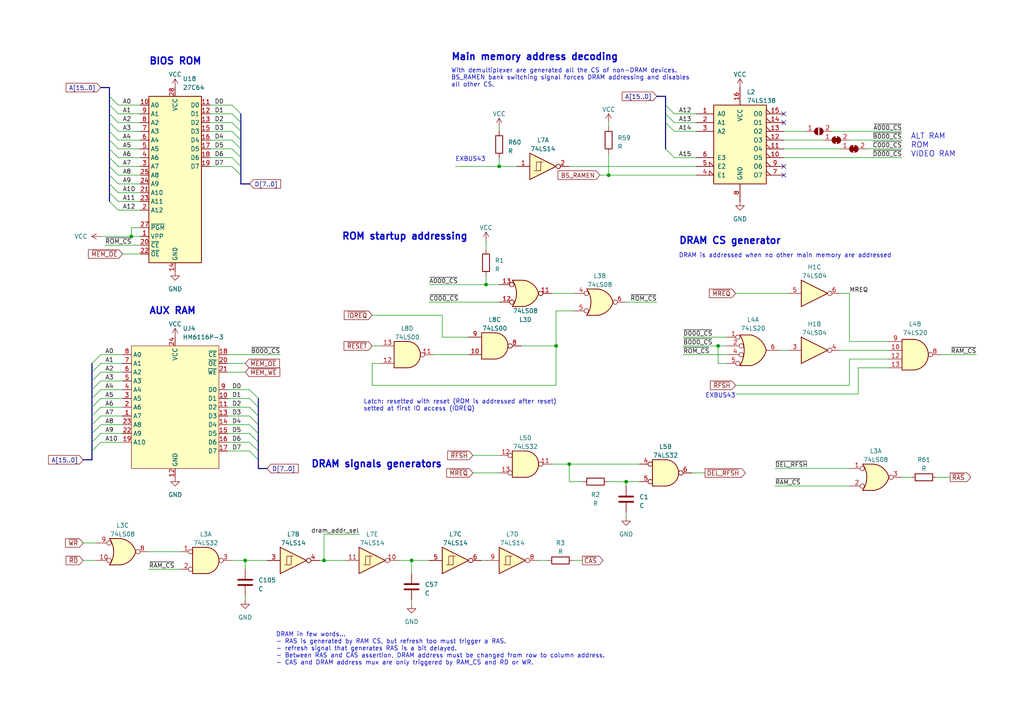
<source format=kicad_sch>
(kicad_sch (version 20230121) (generator eeschema)
  (paper "A4")
  (lib_symbols
    (symbol "74xx:74LS00" (pin_names (offset 1.016))
      (property "Reference" "U" (at 0 1.27 0))
      (property "Value" "74LS00" (at 0 -1.27 0))
      (symbol "74LS00_1_1"
        (pin input line (at -7.62 2.54 0) (length 3.81) (name "~") (number "1"))
        (pin input line (at -7.62 -2.54 0) (length 3.81) (name "~") (number "2"))
        (pin output inverted (at 7.62 0 180) (length 3.81) (name "~") (number "3"))
      )
      (symbol "74LS00_1_2"
        (pin input inverted (at -7.62 2.54 0) (length 4.318) (name "~") (number "1"))
        (pin input inverted (at -7.62 -2.54 0) (length 4.318) (name "~") (number "2"))
        (pin output line (at 7.62 0 180) (length 3.81) (name "~") (number "3"))
      )
      (symbol "74LS00_2_1"
        (pin input line (at -7.62 2.54 0) (length 3.81) (name "~") (number "4"))
        (pin input line (at -7.62 -2.54 0) (length 3.81) (name "~") (number "5"))
        (pin output inverted (at 7.62 0 180) (length 3.81) (name "~") (number "6"))
      )
      (symbol "74LS00_2_2"
        (pin input inverted (at -7.62 2.54 0) (length 4.318) (name "~") (number "4"))
        (pin input inverted (at -7.62 -2.54 0) (length 4.318) (name "~") (number "5"))
        (pin output line (at 7.62 0 180) (length 3.81) (name "~") (number "6"))
      )
      (symbol "74LS00_3_1"
        (pin input line (at -7.62 -2.54 0) (length 3.81) (name "~") (number "10"))
        (pin output inverted (at 7.62 0 180) (length 3.81) (name "~") (number "8"))
        (pin input line (at -7.62 2.54 0) (length 3.81) (name "~") (number "9"))
      )
      (symbol "74LS00_3_2"
        (pin input inverted (at -7.62 -2.54 0) (length 4.318) (name "~") (number "10"))
        (pin output line (at 7.62 0 180) (length 3.81) (name "~") (number "8"))
        (pin input inverted (at -7.62 2.54 0) (length 4.318) (name "~") (number "9"))
      )
      (symbol "74LS00_4_1"
        (pin output inverted (at 7.62 0 180) (length 3.81) (name "~") (number "11"))
        (pin input line (at -7.62 2.54 0) (length 3.81) (name "~") (number "12"))
        (pin input line (at -7.62 -2.54 0) (length 3.81) (name "~") (number "13"))
      )
      (symbol "74LS00_4_2"
        (pin output line (at 7.62 0 180) (length 3.81) (name "~") (number "11"))
        (pin input inverted (at -7.62 2.54 0) (length 4.318) (name "~") (number "12"))
        (pin input inverted (at -7.62 -2.54 0) (length 4.318) (name "~") (number "13"))
      )
      (symbol "74LS00_5_0"
        (pin power_in line (at 0 12.7 270) (length 5.08) (name "VCC") (number "14"))
        (pin power_in line (at 0 -12.7 90) (length 5.08) (name "GND") (number "7"))
      )
    )
    (symbol "74xx:74LS04"
      (property "Reference" "U" (at 0 1.27 0))
      (property "Value" "74LS04" (at 0 -1.27 0))
      (symbol "74LS04_1_0"
        (pin input line (at -7.62 0 0) (length 3.81) (name "~") (number "1"))
        (pin output inverted (at 7.62 0 180) (length 3.81) (name "~") (number "2"))
      )
      (symbol "74LS04_2_0"
        (pin input line (at -7.62 0 0) (length 3.81) (name "~") (number "3"))
        (pin output inverted (at 7.62 0 180) (length 3.81) (name "~") (number "4"))
      )
      (symbol "74LS04_3_0"
        (pin input line (at -7.62 0 0) (length 3.81) (name "~") (number "5"))
        (pin output inverted (at 7.62 0 180) (length 3.81) (name "~") (number "6"))
      )
      (symbol "74LS04_4_0"
        (pin output inverted (at 7.62 0 180) (length 3.81) (name "~") (number "8"))
        (pin input line (at -7.62 0 0) (length 3.81) (name "~") (number "9"))
      )
      (symbol "74LS04_5_0"
        (pin output inverted (at 7.62 0 180) (length 3.81) (name "~") (number "10"))
        (pin input line (at -7.62 0 0) (length 3.81) (name "~") (number "11"))
      )
      (symbol "74LS04_6_0"
        (pin output inverted (at 7.62 0 180) (length 3.81) (name "~") (number "12"))
        (pin input line (at -7.62 0 0) (length 3.81) (name "~") (number "13"))
      )
      (symbol "74LS04_7_0"
        (pin power_in line (at 0 12.7 270) (length 5.08) (name "VCC") (number "14"))
        (pin power_in line (at 0 -12.7 90) (length 5.08) (name "GND") (number "7"))
      )
    )
    (symbol "74xx:74LS08" (pin_names (offset 1.016))
      (property "Reference" "U" (at 0 1.27 0))
      (property "Value" "74LS08" (at 0 -1.27 0))
      (symbol "74LS08_1_1"
        (pin input line (at -7.62 2.54 0) (length 3.81) (name "~") (number "1"))
        (pin input line (at -7.62 -2.54 0) (length 3.81) (name "~") (number "2"))
        (pin output line (at 7.62 0 180) (length 3.81) (name "~") (number "3"))
      )
      (symbol "74LS08_1_2"
        (pin input inverted (at -7.62 2.54 0) (length 4.318) (name "~") (number "1"))
        (pin input inverted (at -7.62 -2.54 0) (length 4.318) (name "~") (number "2"))
        (pin output inverted (at 7.62 0 180) (length 3.81) (name "~") (number "3"))
      )
      (symbol "74LS08_2_1"
        (pin input line (at -7.62 2.54 0) (length 3.81) (name "~") (number "4"))
        (pin input line (at -7.62 -2.54 0) (length 3.81) (name "~") (number "5"))
        (pin output line (at 7.62 0 180) (length 3.81) (name "~") (number "6"))
      )
      (symbol "74LS08_2_2"
        (pin input inverted (at -7.62 2.54 0) (length 4.318) (name "~") (number "4"))
        (pin input inverted (at -7.62 -2.54 0) (length 4.318) (name "~") (number "5"))
        (pin output inverted (at 7.62 0 180) (length 3.81) (name "~") (number "6"))
      )
      (symbol "74LS08_3_1"
        (pin input line (at -7.62 -2.54 0) (length 3.81) (name "~") (number "10"))
        (pin output line (at 7.62 0 180) (length 3.81) (name "~") (number "8"))
        (pin input line (at -7.62 2.54 0) (length 3.81) (name "~") (number "9"))
      )
      (symbol "74LS08_3_2"
        (pin input inverted (at -7.62 -2.54 0) (length 4.318) (name "~") (number "10"))
        (pin output inverted (at 7.62 0 180) (length 3.81) (name "~") (number "8"))
        (pin input inverted (at -7.62 2.54 0) (length 4.318) (name "~") (number "9"))
      )
      (symbol "74LS08_4_1"
        (pin output line (at 7.62 0 180) (length 3.81) (name "~") (number "11"))
        (pin input line (at -7.62 2.54 0) (length 3.81) (name "~") (number "12"))
        (pin input line (at -7.62 -2.54 0) (length 3.81) (name "~") (number "13"))
      )
      (symbol "74LS08_4_2"
        (pin output inverted (at 7.62 0 180) (length 3.81) (name "~") (number "11"))
        (pin input inverted (at -7.62 2.54 0) (length 4.318) (name "~") (number "12"))
        (pin input inverted (at -7.62 -2.54 0) (length 4.318) (name "~") (number "13"))
      )
      (symbol "74LS08_5_0"
        (pin power_in line (at 0 12.7 270) (length 5.08) (name "VCC") (number "14"))
        (pin power_in line (at 0 -12.7 90) (length 5.08) (name "GND") (number "7"))
      )
    )
    (symbol "74xx:74LS138" (pin_names (offset 1.016))
      (property "Reference" "U" (at -7.62 11.43 0))
      (property "Value" "74LS138" (at -7.62 -13.97 0))
      (symbol "74LS138_1_0"
        (pin input line (at -12.7 7.62 0) (length 5.08) (name "A0") (number "1"))
        (pin output output_low (at 12.7 -5.08 180) (length 5.08) (name "O5") (number "10"))
        (pin output output_low (at 12.7 -2.54 180) (length 5.08) (name "O4") (number "11"))
        (pin output output_low (at 12.7 0 180) (length 5.08) (name "O3") (number "12"))
        (pin output output_low (at 12.7 2.54 180) (length 5.08) (name "O2") (number "13"))
        (pin output output_low (at 12.7 5.08 180) (length 5.08) (name "O1") (number "14"))
        (pin output output_low (at 12.7 7.62 180) (length 5.08) (name "O0") (number "15"))
        (pin power_in line (at 0 15.24 270) (length 5.08) (name "VCC") (number "16"))
        (pin input line (at -12.7 5.08 0) (length 5.08) (name "A1") (number "2"))
        (pin input line (at -12.7 2.54 0) (length 5.08) (name "A2") (number "3"))
        (pin input input_low (at -12.7 -10.16 0) (length 5.08) (name "E1") (number "4"))
        (pin input input_low (at -12.7 -7.62 0) (length 5.08) (name "E2") (number "5"))
        (pin input line (at -12.7 -5.08 0) (length 5.08) (name "E3") (number "6"))
        (pin output output_low (at 12.7 -10.16 180) (length 5.08) (name "O7") (number "7"))
        (pin power_in line (at 0 -17.78 90) (length 5.08) (name "GND") (number "8"))
        (pin output output_low (at 12.7 -7.62 180) (length 5.08) (name "O6") (number "9"))
      )
    )
    (symbol "74xx:74LS14" (pin_names (offset 1.016))
      (property "Reference" "U" (at 0 1.27 0))
      (property "Value" "74LS14" (at 0 -1.27 0))
      (symbol "74LS14_1_0"
        (pin input line (at -7.62 0 0) (length 3.81) (name "~") (number "1"))
        (pin output inverted (at 7.62 0 180) (length 3.81) (name "~") (number "2"))
      )
      (symbol "74LS14_2_0"
        (pin input line (at -7.62 0 0) (length 3.81) (name "~") (number "3"))
        (pin output inverted (at 7.62 0 180) (length 3.81) (name "~") (number "4"))
      )
      (symbol "74LS14_3_0"
        (pin input line (at -7.62 0 0) (length 3.81) (name "~") (number "5"))
        (pin output inverted (at 7.62 0 180) (length 3.81) (name "~") (number "6"))
      )
      (symbol "74LS14_4_0"
        (pin output inverted (at 7.62 0 180) (length 3.81) (name "~") (number "8"))
        (pin input line (at -7.62 0 0) (length 3.81) (name "~") (number "9"))
      )
      (symbol "74LS14_5_0"
        (pin output inverted (at 7.62 0 180) (length 3.81) (name "~") (number "10"))
        (pin input line (at -7.62 0 0) (length 3.81) (name "~") (number "11"))
      )
      (symbol "74LS14_6_0"
        (pin output inverted (at 7.62 0 180) (length 3.81) (name "~") (number "12"))
        (pin input line (at -7.62 0 0) (length 3.81) (name "~") (number "13"))
      )
      (symbol "74LS14_7_0"
        (pin power_in line (at 0 12.7 270) (length 5.08) (name "VCC") (number "14"))
        (pin power_in line (at 0 -12.7 90) (length 5.08) (name "GND") (number "7"))
      )
    )
    (symbol "74xx:74LS20" (pin_names (offset 1.016))
      (property "Reference" "U" (at 0 1.27 0))
      (property "Value" "74LS20" (at 0 -1.27 0))
      (symbol "74LS20_1_1"
        (pin input line (at -7.62 3.81 0) (length 3.81) (name "~") (number "1"))
        (pin input line (at -7.62 1.27 0) (length 3.81) (name "~") (number "2"))
        (pin input line (at -7.62 -1.27 0) (length 3.81) (name "~") (number "4"))
        (pin input line (at -7.62 -3.81 0) (length 3.81) (name "~") (number "5"))
        (pin output inverted (at 7.62 0 180) (length 3.81) (name "~") (number "6"))
      )
      (symbol "74LS20_1_2"
        (pin input inverted (at -7.62 3.81 0) (length 3.81) (name "~") (number "1"))
        (pin input inverted (at -7.62 1.27 0) (length 4.826) (name "~") (number "2"))
        (pin input inverted (at -7.62 -1.27 0) (length 4.826) (name "~") (number "4"))
        (pin input inverted (at -7.62 -3.81 0) (length 3.81) (name "~") (number "5"))
        (pin output line (at 7.62 0 180) (length 3.81) (name "~") (number "6"))
      )
      (symbol "74LS20_2_1"
        (pin input line (at -7.62 1.27 0) (length 3.81) (name "~") (number "10"))
        (pin input line (at -7.62 -1.27 0) (length 3.81) (name "~") (number "12"))
        (pin input line (at -7.62 -3.81 0) (length 3.81) (name "~") (number "13"))
        (pin output inverted (at 7.62 0 180) (length 3.81) (name "~") (number "8"))
        (pin input line (at -7.62 3.81 0) (length 3.81) (name "~") (number "9"))
      )
      (symbol "74LS20_2_2"
        (pin input inverted (at -7.62 1.27 0) (length 4.826) (name "~") (number "10"))
        (pin input inverted (at -7.62 -1.27 0) (length 4.826) (name "~") (number "12"))
        (pin input inverted (at -7.62 -3.81 0) (length 3.81) (name "~") (number "13"))
        (pin output line (at 7.62 0 180) (length 3.81) (name "~") (number "8"))
        (pin input inverted (at -7.62 3.81 0) (length 3.81) (name "~") (number "9"))
      )
      (symbol "74LS20_3_0"
        (pin power_in line (at 0 12.7 270) (length 5.08) (name "VCC") (number "14"))
        (pin power_in line (at 0 -12.7 90) (length 5.08) (name "GND") (number "7"))
      )
    )
    (symbol "74xx:74LS32" (pin_names (offset 1.016))
      (property "Reference" "U" (at 0 1.27 0))
      (property "Value" "74LS32" (at 0 -1.27 0))
      (symbol "74LS32_1_1"
        (pin input line (at -7.62 2.54 0) (length 4.318) (name "~") (number "1"))
        (pin input line (at -7.62 -2.54 0) (length 4.318) (name "~") (number "2"))
        (pin output line (at 7.62 0 180) (length 3.81) (name "~") (number "3"))
      )
      (symbol "74LS32_1_2"
        (pin input inverted (at -7.62 2.54 0) (length 3.81) (name "~") (number "1"))
        (pin input inverted (at -7.62 -2.54 0) (length 3.81) (name "~") (number "2"))
        (pin output inverted (at 7.62 0 180) (length 3.81) (name "~") (number "3"))
      )
      (symbol "74LS32_2_1"
        (pin input line (at -7.62 2.54 0) (length 4.318) (name "~") (number "4"))
        (pin input line (at -7.62 -2.54 0) (length 4.318) (name "~") (number "5"))
        (pin output line (at 7.62 0 180) (length 3.81) (name "~") (number "6"))
      )
      (symbol "74LS32_2_2"
        (pin input inverted (at -7.62 2.54 0) (length 3.81) (name "~") (number "4"))
        (pin input inverted (at -7.62 -2.54 0) (length 3.81) (name "~") (number "5"))
        (pin output inverted (at 7.62 0 180) (length 3.81) (name "~") (number "6"))
      )
      (symbol "74LS32_3_1"
        (pin input line (at -7.62 -2.54 0) (length 4.318) (name "~") (number "10"))
        (pin output line (at 7.62 0 180) (length 3.81) (name "~") (number "8"))
        (pin input line (at -7.62 2.54 0) (length 4.318) (name "~") (number "9"))
      )
      (symbol "74LS32_3_2"
        (pin input inverted (at -7.62 -2.54 0) (length 3.81) (name "~") (number "10"))
        (pin output inverted (at 7.62 0 180) (length 3.81) (name "~") (number "8"))
        (pin input inverted (at -7.62 2.54 0) (length 3.81) (name "~") (number "9"))
      )
      (symbol "74LS32_4_1"
        (pin output line (at 7.62 0 180) (length 3.81) (name "~") (number "11"))
        (pin input line (at -7.62 2.54 0) (length 4.318) (name "~") (number "12"))
        (pin input line (at -7.62 -2.54 0) (length 4.318) (name "~") (number "13"))
      )
      (symbol "74LS32_4_2"
        (pin output inverted (at 7.62 0 180) (length 3.81) (name "~") (number "11"))
        (pin input inverted (at -7.62 2.54 0) (length 3.81) (name "~") (number "12"))
        (pin input inverted (at -7.62 -2.54 0) (length 3.81) (name "~") (number "13"))
      )
      (symbol "74LS32_5_0"
        (pin power_in line (at 0 12.7 270) (length 5.08) (name "VCC") (number "14"))
        (pin power_in line (at 0 -12.7 90) (length 5.08) (name "GND") (number "7"))
      )
    )
    (symbol "Device:C" (pin_numbers hide) (pin_names (offset 0.254))
      (property "Reference" "C" (at 0.635 2.54 0))
      (property "Value" "C" (at 0.635 -2.54 0))
      (symbol "C_1_1"
        (pin passive line (at 0 3.81 270) (length 2.794) (name "~") (number "1"))
        (pin passive line (at 0 -3.81 90) (length 2.794) (name "~") (number "2"))
      )
    )
    (symbol "Device:R" (pin_numbers hide) (pin_names (offset 0))
      (property "Reference" "R" (at 2.032 0 90))
      (property "Value" "R" (at 0 0 90))
      (symbol "R_1_1"
        (pin passive line (at 0 3.81 270) (length 1.27) (name "~") (number "1"))
        (pin passive line (at 0 -3.81 90) (length 1.27) (name "~") (number "2"))
      )
    )
    (symbol "Jumper:SolderJumper_2_Bridged" (pin_names (offset 0) hide)
      (property "Reference" "JP" (at 0 2.032 0))
      (property "Value" "SolderJumper_2_Bridged" (at 0 -2.54 0))
      (symbol "SolderJumper_2_Bridged_1_1"
        (pin passive line (at -3.81 0 0) (length 2.54) (name "A") (number "1"))
        (pin passive line (at 3.81 0 180) (length 2.54) (name "B") (number "2"))
      )
    )
    (symbol "Jumper:SolderJumper_2_Open" (pin_names (offset 0) hide)
      (property "Reference" "JP" (at 0 2.032 0))
      (property "Value" "SolderJumper_2_Open" (at 0 -2.54 0))
      (symbol "SolderJumper_2_Open_1_1"
        (pin passive line (at -3.81 0 0) (length 2.54) (name "A") (number "1"))
        (pin passive line (at 3.81 0 180) (length 2.54) (name "B") (number "2"))
      )
    )
    (symbol "Memory_EPROM:27C64"
      (property "Reference" "U" (at -7.62 24.13 0))
      (property "Value" "27C64" (at 2.54 -26.67 0))
      (symbol "27C64_1_1"
        (pin input line (at -10.16 -17.78 0) (length 2.54) (name "VPP") (number "1"))
        (pin input line (at -10.16 20.32 0) (length 2.54) (name "A0") (number "10"))
        (pin tri_state line (at 10.16 20.32 180) (length 2.54) (name "D0") (number "11"))
        (pin tri_state line (at 10.16 17.78 180) (length 2.54) (name "D1") (number "12"))
        (pin tri_state line (at 10.16 15.24 180) (length 2.54) (name "D2") (number "13"))
        (pin power_in line (at 0 -27.94 90) (length 2.54) (name "GND") (number "14"))
        (pin tri_state line (at 10.16 12.7 180) (length 2.54) (name "D3") (number "15"))
        (pin tri_state line (at 10.16 10.16 180) (length 2.54) (name "D4") (number "16"))
        (pin tri_state line (at 10.16 7.62 180) (length 2.54) (name "D5") (number "17"))
        (pin tri_state line (at 10.16 5.08 180) (length 2.54) (name "D6") (number "18"))
        (pin tri_state line (at 10.16 2.54 180) (length 2.54) (name "D7") (number "19"))
        (pin input line (at -10.16 -10.16 0) (length 2.54) (name "A12") (number "2"))
        (pin input line (at -10.16 -20.32 0) (length 2.54) (name "~{CE}") (number "20"))
        (pin input line (at -10.16 -5.08 0) (length 2.54) (name "A10") (number "21"))
        (pin input line (at -10.16 -22.86 0) (length 2.54) (name "~{OE}") (number "22"))
        (pin input line (at -10.16 -7.62 0) (length 2.54) (name "A11") (number "23"))
        (pin input line (at -10.16 -2.54 0) (length 2.54) (name "A9") (number "24"))
        (pin input line (at -10.16 0 0) (length 2.54) (name "A8") (number "25"))
        (pin no_connect line (at 7.62 0 180) (length 2.54) hide (name "NC") (number "26"))
        (pin input line (at -10.16 -15.24 0) (length 2.54) (name "~{PGM}") (number "27"))
        (pin power_in line (at 0 25.4 270) (length 2.54) (name "VCC") (number "28"))
        (pin input line (at -10.16 2.54 0) (length 2.54) (name "A7") (number "3"))
        (pin input line (at -10.16 5.08 0) (length 2.54) (name "A6") (number "4"))
        (pin input line (at -10.16 7.62 0) (length 2.54) (name "A5") (number "5"))
        (pin input line (at -10.16 10.16 0) (length 2.54) (name "A4") (number "6"))
        (pin input line (at -10.16 12.7 0) (length 2.54) (name "A3") (number "7"))
        (pin input line (at -10.16 15.24 0) (length 2.54) (name "A2") (number "8"))
        (pin input line (at -10.16 17.78 0) (length 2.54) (name "A1") (number "9"))
      )
    )
    (symbol "ceda:uPD446"
      (property "Reference" "U" (at 0 -15.24 0))
      (property "Value" "uPD446" (at 0 -17.78 0))
      (symbol "uPD446_1_1"
        (pin input line (at -15.24 -20.32 0) (length 2.54) (name "A7") (number "1"))
        (pin tri_state line (at 15.24 -15.24 180) (length 2.54) (name "D1") (number "10"))
        (pin tri_state line (at 15.24 -17.78 180) (length 2.54) (name "D2") (number "11"))
        (pin power_in line (at 0 -38.1 90) (length 2.54) (name "GND") (number "12"))
        (pin tri_state line (at 15.24 -20.32 180) (length 2.54) (name "D3") (number "13"))
        (pin tri_state line (at 15.24 -22.86 180) (length 2.54) (name "D4") (number "14"))
        (pin tri_state line (at 15.24 -25.4 180) (length 2.54) (name "D5") (number "15"))
        (pin tri_state line (at 15.24 -27.94 180) (length 2.54) (name "D6") (number "16"))
        (pin tri_state line (at 15.24 -30.48 180) (length 2.54) (name "D7") (number "17"))
        (pin input line (at 15.24 -2.54 180) (length 2.54) (name "~{CE}") (number "18"))
        (pin input line (at -15.24 -27.94 0) (length 2.54) (name "A10") (number "19"))
        (pin input line (at -15.24 -17.78 0) (length 2.54) (name "A6") (number "2"))
        (pin input line (at 15.24 -5.08 180) (length 2.54) (name "~{OE}") (number "20"))
        (pin input line (at 15.24 -7.62 180) (length 2.54) (name "~{WE}") (number "21"))
        (pin input line (at -15.24 -25.4 0) (length 2.54) (name "A9") (number "22"))
        (pin input line (at -15.24 -22.86 0) (length 2.54) (name "A8") (number "23"))
        (pin power_in line (at 0 2.54 270) (length 2.54) (name "VCC") (number "24"))
        (pin input line (at -15.24 -15.24 0) (length 2.54) (name "A5") (number "3"))
        (pin input line (at -15.24 -12.7 0) (length 2.54) (name "A4") (number "4"))
        (pin input line (at -15.24 -10.16 0) (length 2.54) (name "A3") (number "5"))
        (pin input line (at -15.24 -7.62 0) (length 2.54) (name "A2") (number "6"))
        (pin input line (at -15.24 -5.08 0) (length 2.54) (name "A1") (number "7"))
        (pin input line (at -15.24 -2.54 0) (length 2.54) (name "A0") (number "8"))
        (pin tri_state line (at 15.24 -12.7 180) (length 2.54) (name "D0") (number "9"))
      )
    )
    (symbol "power:GND" (power) (pin_names (offset 0))
      (property "Value" "GND" (at 0 -3.81 0))
      (symbol "GND_1_1"
        (pin power_in line (at 0 0 270) (length 0) hide (name "GND") (number "1"))
      )
    )
    (symbol "power:VCC" (power) (pin_names (offset 0))
      (property "Value" "VCC" (at 0 3.81 0))
      (symbol "VCC_1_1"
        (pin power_in line (at 0 0 90) (length 0) hide (name "VCC") (number "1"))
      )
    )
  )
  (junction (at 144.78 48.26))
  (junction (at 165.1 134.62))
  (junction (at 181.61 139.7))
  (junction (at 71.12 162.56))
  (junction (at 38.1 68.58))
  (junction (at 208.28 100.33))
  (junction (at 93.98 162.56))
  (junction (at 119.38 162.56))
  (junction (at 161.29 100.33))
  (junction (at 176.53 50.8))
  (junction (at 140.97 82.55))
  (no_connect (at 227.33 33.02))
  (no_connect (at 227.33 50.8))
  (no_connect (at 227.33 35.56))
  (no_connect (at 227.33 48.26))
  (bus_entry (at 26.67 110.49) (size 2.54 -2.54))
  (bus_entry (at 31.75 40.64) (size 2.54 2.54))
  (bus_entry (at 193.04 30.48) (size 2.54 2.54))
  (bus_entry (at 31.75 33.02) (size 2.54 2.54))
  (bus_entry (at 31.75 53.34) (size 2.54 2.54))
  (bus_entry (at 69.85 40.64) (size -2.54 -2.54))
  (bus_entry (at 26.67 130.81) (size 2.54 -2.54))
  (bus_entry (at 26.67 125.73) (size 2.54 -2.54))
  (bus_entry (at 26.67 105.41) (size 2.54 -2.54))
  (bus_entry (at 31.75 27.94) (size 2.54 2.54))
  (bus_entry (at 31.75 55.88) (size 2.54 2.54))
  (bus_entry (at 26.67 128.27) (size 2.54 -2.54))
  (bus_entry (at 69.85 45.72) (size -2.54 -2.54))
  (bus_entry (at 26.67 115.57) (size 2.54 -2.54))
  (bus_entry (at 193.04 33.02) (size 2.54 2.54))
  (bus_entry (at 69.85 43.18) (size -2.54 -2.54))
  (bus_entry (at 193.04 43.18) (size 2.54 2.54))
  (bus_entry (at 26.67 107.95) (size 2.54 -2.54))
  (bus_entry (at 74.93 120.65) (size -2.54 -2.54))
  (bus_entry (at 26.67 123.19) (size 2.54 -2.54))
  (bus_entry (at 69.85 38.1) (size -2.54 -2.54))
  (bus_entry (at 31.75 30.48) (size 2.54 2.54))
  (bus_entry (at 31.75 43.18) (size 2.54 2.54))
  (bus_entry (at 74.93 118.11) (size -2.54 -2.54))
  (bus_entry (at 31.75 48.26) (size 2.54 2.54))
  (bus_entry (at 74.93 125.73) (size -2.54 -2.54))
  (bus_entry (at 74.93 133.35) (size -2.54 -2.54))
  (bus_entry (at 74.93 130.81) (size -2.54 -2.54))
  (bus_entry (at 26.67 118.11) (size 2.54 -2.54))
  (bus_entry (at 69.85 33.02) (size -2.54 -2.54))
  (bus_entry (at 193.04 35.56) (size 2.54 2.54))
  (bus_entry (at 69.85 50.8) (size -2.54 -2.54))
  (bus_entry (at 31.75 38.1) (size 2.54 2.54))
  (bus_entry (at 26.67 120.65) (size 2.54 -2.54))
  (bus_entry (at 31.75 35.56) (size 2.54 2.54))
  (bus_entry (at 69.85 35.56) (size -2.54 -2.54))
  (bus_entry (at 31.75 58.42) (size 2.54 2.54))
  (bus_entry (at 74.93 123.19) (size -2.54 -2.54))
  (bus_entry (at 69.85 48.26) (size -2.54 -2.54))
  (bus_entry (at 26.67 113.03) (size 2.54 -2.54))
  (bus_entry (at 74.93 115.57) (size -2.54 -2.54))
  (bus_entry (at 74.93 128.27) (size -2.54 -2.54))
  (bus_entry (at 31.75 45.72) (size 2.54 2.54))
  (bus_entry (at 31.75 50.8) (size 2.54 2.54))
  (wire (pts (xy 176.53 139.7) (xy 181.61 139.7)))
  (wire (pts (xy 60.96 48.26) (xy 67.31 48.26)))
  (wire (pts (xy 198.12 100.33) (xy 208.28 100.33)))
  (wire (pts (xy 29.21 102.87) (xy 35.56 102.87)))
  (wire (pts (xy 125.73 102.87) (xy 135.89 102.87)))
  (wire (pts (xy 144.78 48.26) (xy 149.86 48.26)))
  (bus (pts (xy 74.93 115.57) (xy 74.93 118.11)))
  (wire (pts (xy 107.95 111.76) (xy 107.95 105.41)))
  (wire (pts (xy 198.12 102.87) (xy 210.82 102.87)))
  (bus (pts (xy 69.85 43.18) (xy 69.85 45.72)))
  (wire (pts (xy 29.21 123.19) (xy 35.56 123.19)))
  (wire (pts (xy 176.53 50.8) (xy 176.53 44.45)))
  (wire (pts (xy 24.13 162.56) (xy 27.94 162.56)))
  (wire (pts (xy 165.1 48.26) (xy 201.93 48.26)))
  (wire (pts (xy 161.29 111.76) (xy 107.95 111.76)))
  (wire (pts (xy 34.29 50.8) (xy 40.64 50.8)))
  (bus (pts (xy 74.93 123.19) (xy 74.93 125.73)))
  (wire (pts (xy 151.13 100.33) (xy 161.29 100.33)))
  (wire (pts (xy 137.16 132.08) (xy 144.78 132.08)))
  (wire (pts (xy 40.64 66.04) (xy 38.1 66.04)))
  (wire (pts (xy 43.18 165.1) (xy 52.07 165.1)))
  (wire (pts (xy 198.12 97.79) (xy 210.82 97.79)))
  (wire (pts (xy 166.37 90.17) (xy 161.29 90.17)))
  (wire (pts (xy 66.04 130.81) (xy 72.39 130.81)))
  (wire (pts (xy 224.79 140.97) (xy 246.38 140.97)))
  (wire (pts (xy 257.81 106.68) (xy 248.92 106.68)))
  (wire (pts (xy 128.27 97.79) (xy 128.27 91.44)))
  (wire (pts (xy 60.96 30.48) (xy 67.31 30.48)))
  (wire (pts (xy 38.1 66.04) (xy 38.1 68.58)))
  (wire (pts (xy 34.29 33.02) (xy 40.64 33.02)))
  (bus (pts (xy 193.04 43.18) (xy 193.04 35.56)))
  (wire (pts (xy 93.98 154.94) (xy 104.14 154.94)))
  (wire (pts (xy 137.16 137.16) (xy 144.78 137.16)))
  (bus (pts (xy 193.04 33.02) (xy 193.04 30.48)))
  (bus (pts (xy 31.75 48.26) (xy 31.75 45.72)))
  (wire (pts (xy 119.38 173.99) (xy 119.38 175.26)))
  (wire (pts (xy 246.38 99.06) (xy 257.81 99.06)))
  (wire (pts (xy 66.04 123.19) (xy 72.39 123.19)))
  (wire (pts (xy 241.3 38.1) (xy 261.62 38.1)))
  (wire (pts (xy 200.66 137.16) (xy 204.47 137.16)))
  (wire (pts (xy 29.21 120.65) (xy 35.56 120.65)))
  (bus (pts (xy 26.67 115.57) (xy 26.67 118.11)))
  (wire (pts (xy 161.29 90.17) (xy 161.29 100.33)))
  (bus (pts (xy 69.85 48.26) (xy 69.85 50.8)))
  (wire (pts (xy 243.84 101.6) (xy 257.81 101.6)))
  (wire (pts (xy 195.58 35.56) (xy 201.93 35.56)))
  (wire (pts (xy 140.97 162.56) (xy 139.7 162.56)))
  (bus (pts (xy 193.04 35.56) (xy 193.04 33.02)))
  (wire (pts (xy 35.56 73.66) (xy 40.64 73.66)))
  (wire (pts (xy 226.06 101.6) (xy 228.6 101.6)))
  (bus (pts (xy 69.85 45.72) (xy 69.85 48.26)))
  (bus (pts (xy 69.85 35.56) (xy 69.85 38.1)))
  (wire (pts (xy 165.1 139.7) (xy 168.91 139.7)))
  (wire (pts (xy 34.29 58.42) (xy 40.64 58.42)))
  (bus (pts (xy 26.67 105.41) (xy 26.67 107.95)))
  (wire (pts (xy 140.97 80.01) (xy 140.97 82.55)))
  (wire (pts (xy 34.29 35.56) (xy 40.64 35.56)))
  (bus (pts (xy 31.75 35.56) (xy 31.75 33.02)))
  (wire (pts (xy 66.04 102.87) (xy 81.28 102.87)))
  (bus (pts (xy 24.13 133.35) (xy 26.67 133.35)))
  (wire (pts (xy 29.21 113.03) (xy 35.56 113.03)))
  (wire (pts (xy 271.78 138.43) (xy 275.59 138.43)))
  (bus (pts (xy 31.75 58.42) (xy 31.75 55.88)))
  (wire (pts (xy 66.04 125.73) (xy 72.39 125.73)))
  (wire (pts (xy 66.04 128.27) (xy 72.39 128.27)))
  (wire (pts (xy 181.61 148.59) (xy 181.61 149.86)))
  (wire (pts (xy 213.36 114.3) (xy 248.92 114.3)))
  (wire (pts (xy 161.29 100.33) (xy 161.29 111.76)))
  (wire (pts (xy 144.78 36.83) (xy 144.78 38.1)))
  (wire (pts (xy 181.61 139.7) (xy 181.61 140.97)))
  (wire (pts (xy 140.97 69.85) (xy 140.97 72.39)))
  (bus (pts (xy 31.75 43.18) (xy 31.75 40.64)))
  (bus (pts (xy 31.75 53.34) (xy 31.75 50.8)))
  (wire (pts (xy 107.95 91.44) (xy 128.27 91.44)))
  (wire (pts (xy 208.28 100.33) (xy 208.28 105.41)))
  (wire (pts (xy 29.21 68.58) (xy 38.1 68.58)))
  (wire (pts (xy 34.29 55.88) (xy 40.64 55.88)))
  (bus (pts (xy 31.75 45.72) (xy 31.75 43.18)))
  (bus (pts (xy 26.67 113.03) (xy 26.67 115.57)))
  (wire (pts (xy 181.61 87.63) (xy 190.5 87.63)))
  (wire (pts (xy 29.21 105.41) (xy 35.56 105.41)))
  (bus (pts (xy 26.67 125.73) (xy 26.67 128.27)))
  (bus (pts (xy 69.85 53.34) (xy 72.39 53.34)))
  (wire (pts (xy 124.46 82.55) (xy 140.97 82.55)))
  (wire (pts (xy 166.37 162.56) (xy 168.91 162.56)))
  (wire (pts (xy 29.21 128.27) (xy 35.56 128.27)))
  (bus (pts (xy 26.67 128.27) (xy 26.67 130.81)))
  (bus (pts (xy 31.75 38.1) (xy 31.75 35.56)))
  (wire (pts (xy 261.62 138.43) (xy 264.16 138.43)))
  (wire (pts (xy 227.33 43.18) (xy 243.84 43.18)))
  (wire (pts (xy 66.04 113.03) (xy 72.39 113.03)))
  (wire (pts (xy 119.38 162.56) (xy 124.46 162.56)))
  (bus (pts (xy 31.75 55.88) (xy 31.75 53.34)))
  (wire (pts (xy 71.12 165.1) (xy 71.12 162.56)))
  (wire (pts (xy 93.98 162.56) (xy 100.33 162.56)))
  (bus (pts (xy 74.93 118.11) (xy 74.93 120.65)))
  (wire (pts (xy 30.48 71.12) (xy 40.64 71.12)))
  (bus (pts (xy 190.5 27.94) (xy 193.04 27.94)))
  (wire (pts (xy 227.33 40.64) (xy 238.76 40.64)))
  (wire (pts (xy 60.96 33.02) (xy 67.31 33.02)))
  (wire (pts (xy 93.98 162.56) (xy 93.98 154.94)))
  (wire (pts (xy 144.78 48.26) (xy 144.78 45.72)))
  (bus (pts (xy 29.21 25.4) (xy 31.75 25.4)))
  (wire (pts (xy 71.12 107.95) (xy 66.04 107.95)))
  (bus (pts (xy 74.93 130.81) (xy 74.93 133.35)))
  (bus (pts (xy 26.67 110.49) (xy 26.67 113.03)))
  (wire (pts (xy 24.13 157.48) (xy 27.94 157.48)))
  (wire (pts (xy 34.29 45.72) (xy 40.64 45.72)))
  (wire (pts (xy 92.71 162.56) (xy 93.98 162.56)))
  (bus (pts (xy 74.93 120.65) (xy 74.93 123.19)))
  (bus (pts (xy 26.67 107.95) (xy 26.67 110.49)))
  (wire (pts (xy 243.84 85.09) (xy 246.38 85.09)))
  (wire (pts (xy 66.04 120.65) (xy 72.39 120.65)))
  (wire (pts (xy 29.21 115.57) (xy 35.56 115.57)))
  (wire (pts (xy 71.12 172.72) (xy 71.12 173.99)))
  (wire (pts (xy 34.29 38.1) (xy 40.64 38.1)))
  (bus (pts (xy 69.85 50.8) (xy 69.85 53.34)))
  (wire (pts (xy 119.38 162.56) (xy 115.57 162.56)))
  (bus (pts (xy 26.67 130.81) (xy 26.67 133.35)))
  (wire (pts (xy 273.05 102.87) (xy 283.21 102.87)))
  (wire (pts (xy 246.38 111.76) (xy 246.38 104.14)))
  (wire (pts (xy 135.89 97.79) (xy 128.27 97.79)))
  (wire (pts (xy 246.38 40.64) (xy 261.62 40.64)))
  (wire (pts (xy 156.21 162.56) (xy 158.75 162.56)))
  (wire (pts (xy 246.38 85.09) (xy 246.38 99.06)))
  (wire (pts (xy 160.02 134.62) (xy 165.1 134.62)))
  (wire (pts (xy 213.36 111.76) (xy 246.38 111.76)))
  (wire (pts (xy 66.04 115.57) (xy 72.39 115.57)))
  (bus (pts (xy 31.75 50.8) (xy 31.75 48.26)))
  (bus (pts (xy 26.67 123.19) (xy 26.67 125.73)))
  (wire (pts (xy 119.38 162.56) (xy 119.38 166.37)))
  (wire (pts (xy 34.29 48.26) (xy 40.64 48.26)))
  (wire (pts (xy 60.96 40.64) (xy 67.31 40.64)))
  (wire (pts (xy 227.33 45.72) (xy 261.62 45.72)))
  (wire (pts (xy 173.99 50.8) (xy 176.53 50.8)))
  (wire (pts (xy 34.29 60.96) (xy 40.64 60.96)))
  (wire (pts (xy 71.12 105.41) (xy 66.04 105.41)))
  (bus (pts (xy 193.04 30.48) (xy 193.04 27.94)))
  (bus (pts (xy 69.85 33.02) (xy 69.85 35.56)))
  (bus (pts (xy 31.75 30.48) (xy 31.75 27.94)))
  (bus (pts (xy 74.93 128.27) (xy 74.93 130.81)))
  (wire (pts (xy 34.29 43.18) (xy 40.64 43.18)))
  (bus (pts (xy 74.93 125.73) (xy 74.93 128.27)))
  (wire (pts (xy 181.61 139.7) (xy 185.42 139.7)))
  (wire (pts (xy 29.21 107.95) (xy 35.56 107.95)))
  (wire (pts (xy 38.1 68.58) (xy 40.64 68.58)))
  (wire (pts (xy 60.96 38.1) (xy 67.31 38.1)))
  (wire (pts (xy 60.96 45.72) (xy 67.31 45.72)))
  (wire (pts (xy 60.96 43.18) (xy 67.31 43.18)))
  (wire (pts (xy 251.46 43.18) (xy 261.62 43.18)))
  (wire (pts (xy 195.58 38.1) (xy 201.93 38.1)))
  (bus (pts (xy 26.67 118.11) (xy 26.67 120.65)))
  (wire (pts (xy 107.95 100.33) (xy 110.49 100.33)))
  (wire (pts (xy 66.04 118.11) (xy 72.39 118.11)))
  (wire (pts (xy 34.29 30.48) (xy 40.64 30.48)))
  (wire (pts (xy 224.79 135.89) (xy 246.38 135.89)))
  (bus (pts (xy 31.75 33.02) (xy 31.75 30.48)))
  (wire (pts (xy 43.18 160.02) (xy 52.07 160.02)))
  (wire (pts (xy 132.08 48.26) (xy 144.78 48.26)))
  (wire (pts (xy 195.58 45.72) (xy 201.93 45.72)))
  (wire (pts (xy 140.97 82.55) (xy 144.78 82.55)))
  (bus (pts (xy 69.85 40.64) (xy 69.85 43.18)))
  (bus (pts (xy 31.75 40.64) (xy 31.75 38.1)))
  (bus (pts (xy 74.93 135.89) (xy 77.47 135.89)))
  (wire (pts (xy 107.95 105.41) (xy 110.49 105.41)))
  (wire (pts (xy 165.1 134.62) (xy 185.42 134.62)))
  (wire (pts (xy 160.02 85.09) (xy 166.37 85.09)))
  (wire (pts (xy 176.53 35.56) (xy 176.53 36.83)))
  (bus (pts (xy 26.67 120.65) (xy 26.67 123.19)))
  (wire (pts (xy 248.92 106.68) (xy 248.92 114.3)))
  (wire (pts (xy 227.33 38.1) (xy 233.68 38.1)))
  (bus (pts (xy 69.85 38.1) (xy 69.85 40.64)))
  (wire (pts (xy 246.38 104.14) (xy 257.81 104.14)))
  (wire (pts (xy 213.36 85.09) (xy 228.6 85.09)))
  (wire (pts (xy 165.1 134.62) (xy 165.1 139.7)))
  (wire (pts (xy 34.29 53.34) (xy 40.64 53.34)))
  (wire (pts (xy 208.28 105.41) (xy 210.82 105.41)))
  (wire (pts (xy 71.12 162.56) (xy 77.47 162.56)))
  (wire (pts (xy 34.29 40.64) (xy 40.64 40.64)))
  (bus (pts (xy 74.93 133.35) (xy 74.93 135.89)))
  (wire (pts (xy 195.58 33.02) (xy 201.93 33.02)))
  (wire (pts (xy 60.96 35.56) (xy 67.31 35.56)))
  (wire (pts (xy 29.21 110.49) (xy 35.56 110.49)))
  (wire (pts (xy 29.21 118.11) (xy 35.56 118.11)))
  (bus (pts (xy 31.75 27.94) (xy 31.75 25.4)))
  (wire (pts (xy 124.46 87.63) (xy 144.78 87.63)))
  (wire (pts (xy 71.12 162.56) (xy 67.31 162.56)))
  (wire (pts (xy 208.28 100.33) (xy 210.82 100.33)))
  (wire (pts (xy 176.53 50.8) (xy 201.93 50.8)))
  (wire (pts (xy 29.21 125.73) (xy 35.56 125.73)))
  (text "Latch: resetted with reset (ROM is addressed after reset)\nsetted at first IO access (IOREQ)" (at 105.41 119.38 0) (effects (font (size 1.27 1.27)) (justify left bottom)))
  (text "ROM startup addressing" (at 99.06 69.85 0) (effects (font (size 2 2) (thickness 0.4) bold) (justify left bottom)))
  (text "DRAM signals generators" (at 90.17 135.89 0) (effects (font (size 2 2) (thickness 0.4) bold) (justify left bottom)))
  (text "BIOS ROM" (at 43.18 19.05 0) (effects (font (size 2 2) (thickness 0.4) bold) (justify left bottom)))
  (text "EXBUS43\n" (at 132.08 46.99 0) (effects (font (size 1.27 1.27)) (justify left bottom)))
  (text "DRAM CS generator" (at 196.85 71.12 0) (effects (font (size 2 2) (thickness 0.4) bold) (justify left bottom)))
  (text "DRAM in few words...\n- RAS is generated by RAM CS, but refresh too must trigger a RAS.\n- refresh signal that generates RAS is a bit delayed.\n- Between RAS and CAS assertion, DRAM address must be changed from row to column address.\n- CAS and DRAM address mux are only triggered by RAM_CS and RD or WR." (at 80.01 193.04 0) (effects (font (size 1.27 1.27)) (justify left bottom)))
  (text "With demultiplexer are generated all the CS of non-DRAM devices.\nBS_RAMEN bank switching signal forces DRAM addressing and disables\nall other CS." (at 130.81 25.4 0) (effects (font (size 1.27 1.27)) (justify left bottom)))
  (text "EXBUS43" (at 213.36 115.57 0) (effects (font (size 1.27 1.27)) (justify right bottom)))
  (text "DRAM is addressed when no other main memory are addressed" (at 196.85 74.93 0) (effects (font (size 1.27 1.27)) (justify left bottom)))
  (text "\n\n\nALT RAM\nROM\nVIDEO RAM" (at 264.16 45.72 0) (effects (font (size 1.6 1.6)) (justify left bottom)))
  (text "AUX RAM" (at 43.18 91.44 0) (effects (font (size 2 2) (thickness 0.4) bold) (justify left bottom)))
  (text "Main memory address decoding" (at 130.81 17.78 0) (effects (font (size 2 2) (thickness 0.4) bold) (justify left bottom)))
  (label "D2" (at 62.23 35.56 0))
  (label "~{D000_CS}" (at 198.12 97.79 0))
  (label "~{DEL_RFSH}" (at 224.79 135.89 0))
  (label "A14" (at 196.85 38.1 0))
  (label "~{RAM_CS}" (at 283.21 102.87 180))
  (label "D3" (at 62.23 38.1 0))
  (label "~{D000_CS}" (at 261.62 45.72 180))
  (label "~{ROM_CS}" (at 198.12 102.87 0))
  (label "~{ROM_CS}" (at 30.48 71.12 0))
  (label "A9" (at 30.48 125.73 0))
  (label "A5" (at 35.56 43.18 0))
  (label "~{B000_CS}" (at 81.28 102.87 180))
  (label "D1" (at 62.23 33.02 0))
  (label "D5" (at 62.23 43.18 0))
  (label "D4" (at 67.31 123.19 0))
  (label "A9" (at 35.56 53.34 0))
  (label "A2" (at 35.56 35.56 0))
  (label "~{RAM_CS}" (at 43.18 165.1 0))
  (label "A10" (at 30.48 128.27 0))
  (label "A3" (at 35.56 38.1 0))
  (label "A10" (at 35.56 55.88 0))
  (label "A4" (at 30.48 113.03 0))
  (label "D0" (at 62.23 30.48 0))
  (label "~{B000_CS}" (at 198.12 100.33 0))
  (label "A8" (at 30.48 123.19 0))
  (label "~{RAM_CS}" (at 224.79 140.97 0))
  (label "A7" (at 30.48 120.65 0))
  (label "A5" (at 30.48 115.57 0))
  (label "D5" (at 67.31 125.73 0))
  (label "A2" (at 30.48 107.95 0))
  (label "D1" (at 67.31 115.57 0))
  (label "~{A000_CS}" (at 124.46 82.55 0))
  (label "D0" (at 67.31 113.03 0))
  (label "dram_addr_sel" (at 104.14 154.94 180))
  (label "A0" (at 30.48 102.87 0))
  (label "~{C000_CS}" (at 124.46 87.63 0))
  (label "D7" (at 62.23 48.26 0))
  (label "D4" (at 62.23 40.64 0))
  (label "A1" (at 30.48 105.41 0))
  (label "A13" (at 196.85 35.56 0))
  (label "D6" (at 62.23 45.72 0))
  (label "D6" (at 67.31 128.27 0))
  (label "~{A000_CS}" (at 261.62 38.1 180))
  (label "~{C000_CS}" (at 261.62 43.18 180))
  (label "A6" (at 30.48 118.11 0))
  (label "A11" (at 35.56 58.42 0))
  (label "A6" (at 35.56 45.72 0))
  (label "D2" (at 67.31 118.11 0))
  (label "D3" (at 67.31 120.65 0))
  (label "A15" (at 196.85 45.72 0))
  (label "A8" (at 35.56 50.8 0))
  (label "A7" (at 35.56 48.26 0))
  (label "~{ROM_CS}" (at 190.5 87.63 180))
  (label "A0" (at 35.56 30.48 0))
  (label "A4" (at 35.56 40.64 0))
  (label "~{B000_CS}" (at 261.62 40.64 180))
  (label "A12" (at 196.85 33.02 0))
  (label "A1" (at 35.56 33.02 0))
  (label "A3" (at 30.48 110.49 0))
  (label "A12" (at 35.56 60.96 0))
  (label "D7" (at 67.31 130.81 0))
  (label "MREQ" (at 246.38 85.09 0))
  (global_label "~{DEL_RFSH}" (shape output) (at 204.47 137.16 0) (property "Intersheetrefs" "${INTERSHEET_REFS}" (effects hide)))
  (global_label "~{IOREQ}" (shape input) (at 107.95 91.44 180) (property "Intersheetrefs" "${INTERSHEET_REFS}" (effects hide)))
  (global_label "~{WR}" (shape input) (at 24.13 157.48 180) (property "Intersheetrefs" "${INTERSHEET_REFS}" (effects hide)))
  (global_label "~{RFSH}" (shape input) (at 213.36 111.76 180) (property "Intersheetrefs" "${INTERSHEET_REFS}" (effects hide)))
  (global_label "BS_RAMEN" (shape input) (at 173.99 50.8 180) (property "Intersheetrefs" "${INTERSHEET_REFS}" (effects hide)))
  (global_label "~{RAS}" (shape output) (at 275.59 138.43 0) (property "Intersheetrefs" "${INTERSHEET_REFS}" (effects hide)))
  (global_label "~{MREQ}" (shape input) (at 137.16 137.16 180) (property "Intersheetrefs" "${INTERSHEET_REFS}" (effects hide)))
  (global_label "~{RD}" (shape input) (at 24.13 162.56 180) (property "Intersheetrefs" "${INTERSHEET_REFS}" (effects hide)))
  (global_label "~{MEM_OE}" (shape input) (at 35.56 73.66 180) (property "Intersheetrefs" "${INTERSHEET_REFS}" (effects hide)))
  (global_label "A[15..0]" (shape input) (at 190.5 27.94 180) (property "Intersheetrefs" "${INTERSHEET_REFS}" (effects hide)))
  (global_label "~{RESET}" (shape input) (at 107.95 100.33 180) (property "Intersheetrefs" "${INTERSHEET_REFS}" (effects hide)))
  (global_label "~{MREQ}" (shape input) (at 213.36 85.09 180) (property "Intersheetrefs" "${INTERSHEET_REFS}" (effects hide)))
  (global_label "A[15..0]" (shape input) (at 24.13 133.35 180) (property "Intersheetrefs" "${INTERSHEET_REFS}" (effects hide)))
  (global_label "~{MEM_WE}" (shape input) (at 71.12 107.95 0) (property "Intersheetrefs" "${INTERSHEET_REFS}" (effects hide)))
  (global_label "D[7..0]" (shape input) (at 72.39 53.34 0) (property "Intersheetrefs" "${INTERSHEET_REFS}" (effects hide)))
  (global_label "~{CAS}" (shape output) (at 168.91 162.56 0) (property "Intersheetrefs" "${INTERSHEET_REFS}" (effects hide)))
  (global_label "A[15..0]" (shape input) (at 29.21 25.4 180) (property "Intersheetrefs" "${INTERSHEET_REFS}" (effects hide)))
  (global_label "~{MEM_OE}" (shape input) (at 71.12 105.41 0) (property "Intersheetrefs" "${INTERSHEET_REFS}" (effects hide)))
  (global_label "~{RFSH}" (shape input) (at 137.16 132.08 180) (property "Intersheetrefs" "${INTERSHEET_REFS}" (effects hide)))
  (global_label "D[7..0]" (shape input) (at 77.47 135.89 0) (property "Intersheetrefs" "${INTERSHEET_REFS}" (effects hide)))
  (symbol (lib_id "74xx:74LS08") (at 152.4 85.09 0) (mirror x) (unit 4) (convert 2)
    (property "Reference" "L3" (at 152.3917 92.71 0))
    (property "Value" "74LS08" (at 152.3917 90.17 0))
    (property "Datasheet" "http://www.ti.com/lit/gpn/sn74LS08" (effects hide))
  )
  (symbol (lib_id "Device:C") (at 119.38 170.18 0) (unit 1)
    (property "Reference" "C57" (at 123.19 169.545 0) (effects (justify left)))
    (property "Value" "C" (at 123.19 172.085 0) (effects (justify left)))
  )
  (symbol (lib_id "74xx:74LS32") (at 193.04 137.16 0) (unit 2) (convert 2)
    (property "Reference" "L5" (at 193.04 129.54 0))
    (property "Value" "74LS32" (at 193.04 132.08 0))
    (property "Datasheet" "http://www.ti.com/lit/gpn/sn74LS32" (effects hide))
  )
  (symbol (lib_id "power:GND") (at 50.8 138.43 0) (unit 1)
    (property "Reference" "#PWR0227" (effects hide))
    (property "Value" "GND" (at 50.8 143.51 0))
  )
  (symbol (lib_id "74xx:74LS20") (at 265.43 102.87 0) (unit 2)
    (property "Reference" "L4" (at 265.4203 93.98 0))
    (property "Value" "74LS20" (at 265.4203 96.52 0))
    (property "Datasheet" "http://www.ti.com/lit/gpn/sn74LS20" (effects hide))
  )
  (symbol (lib_id "74xx:74LS04") (at 236.22 101.6 0) (unit 2)
    (property "Reference" "H1" (at 236.22 93.98 0))
    (property "Value" "74LS04" (at 236.22 96.52 0))
    (property "Datasheet" "http://www.ti.com/lit/gpn/sn74LS04" (effects hide))
  )
  (symbol (lib_id "Device:R") (at 176.53 40.64 0) (unit 1)
    (property "Reference" "R59" (at 179.07 40.005 0) (effects (justify left)))
    (property "Value" "R" (at 179.07 42.545 0) (effects (justify left)))
  )
  (symbol (lib_id "74xx:74LS20") (at 218.44 101.6 0) (unit 1) (convert 2)
    (property "Reference" "L4" (at 218.4303 92.71 0))
    (property "Value" "74LS20" (at 218.4303 95.25 0))
    (property "Datasheet" "http://www.ti.com/lit/gpn/sn74LS20" (effects hide))
  )
  (symbol (lib_id "74xx:74LS32") (at 152.4 134.62 0) (unit 4) (convert 2)
    (property "Reference" "L5" (at 152.4 127 0))
    (property "Value" "74LS32" (at 152.4 129.54 0))
    (property "Datasheet" "http://www.ti.com/lit/gpn/sn74LS32" (effects hide))
  )
  (symbol (lib_id "74xx:74LS00") (at 143.51 100.33 0) (unit 3)
    (property "Reference" "L8" (at 143.5017 92.71 0))
    (property "Value" "74LS00" (at 143.5017 95.25 0))
    (property "Datasheet" "http://www.ti.com/lit/gpn/sn74ls00" (effects hide))
  )
  (symbol (lib_id "74xx:74LS138") (at 214.63 40.64 0) (unit 1)
    (property "Reference" "L2" (at 216.5859 26.67 0) (effects (justify left)))
    (property "Value" "74LS138" (at 216.5859 29.21 0) (effects (justify left)))
    (property "Datasheet" "http://www.ti.com/lit/gpn/sn74LS138" (effects hide))
  )
  (symbol (lib_id "74xx:74LS08") (at 35.56 160.02 0) (unit 3) (convert 2)
    (property "Reference" "L3" (at 35.5517 152.4 0))
    (property "Value" "74LS08" (at 35.5517 154.94 0))
    (property "Datasheet" "http://www.ti.com/lit/gpn/sn74LS08" (effects hide))
  )
  (symbol (lib_id "power:GND") (at 71.12 173.99 0) (unit 1)
    (property "Reference" "#PWR06" (effects hide))
    (property "Value" "GND" (at 71.12 179.07 0))
  )
  (symbol (lib_id "Device:C") (at 181.61 144.78 0) (unit 1)
    (property "Reference" "C1" (at 185.42 144.145 0) (effects (justify left)))
    (property "Value" "C" (at 185.42 146.685 0) (effects (justify left)))
  )
  (symbol (lib_id "Memory_EPROM:27C64") (at 50.8 50.8 0) (unit 1)
    (property "Reference" "U18" (at 52.9941 22.86 0) (effects (justify left)))
    (property "Value" "27C64" (at 52.9941 25.4 0) (effects (justify left)))
    (property "Footprint" "Package_DIP:DIP-28_W15.24mm" (effects hide))
    (property "Datasheet" "http://ww1.microchip.com/downloads/en/DeviceDoc/11107M.pdf" (effects hide))
  )
  (symbol (lib_id "Jumper:SolderJumper_2_Open") (at 237.49 38.1 0) (unit 1)
    (property "Reference" "MAP1" (effects hide))
    (property "Value" "SolderJumper_2_Open" (effects hide))
  )
  (symbol (lib_id "Device:C") (at 71.12 168.91 0) (unit 1)
    (property "Reference" "C105" (at 74.93 168.275 0) (effects (justify left)))
    (property "Value" "C" (at 74.93 170.815 0) (effects (justify left)))
  )
  (symbol (lib_id "power:GND") (at 119.38 175.26 0) (unit 1)
    (property "Reference" "#PWR07" (effects hide))
    (property "Value" "GND" (at 119.38 180.34 0))
  )
  (symbol (lib_id "74xx:74LS14") (at 148.59 162.56 0) (unit 4)
    (property "Reference" "L7" (at 148.59 154.94 0))
    (property "Value" "74LS14" (at 148.59 157.48 0))
    (property "Datasheet" "http://www.ti.com/lit/gpn/sn74LS14" (effects hide))
  )
  (symbol (lib_id "power:VCC") (at 29.21 68.58 90) (unit 1)
    (property "Reference" "#PWR0228" (effects hide))
    (property "Value" "VCC" (at 25.4 68.58 90) (effects (justify left)))
  )
  (symbol (lib_id "74xx:74LS04") (at 236.22 85.09 0) (unit 3)
    (property "Reference" "H1" (at 236.22 77.47 0))
    (property "Value" "74LS04" (at 236.22 80.01 0))
    (property "Datasheet" "http://www.ti.com/lit/gpn/sn74LS04" (effects hide))
  )
  (symbol (lib_id "Device:R") (at 144.78 41.91 0) (unit 1)
    (property "Reference" "R60" (at 147.32 41.275 0) (effects (justify left)))
    (property "Value" "R" (at 147.32 43.815 0) (effects (justify left)))
  )
  (symbol (lib_id "Device:R") (at 140.97 76.2 0) (unit 1)
    (property "Reference" "R1" (at 143.51 75.565 0) (effects (justify left)))
    (property "Value" "R" (at 143.51 78.105 0) (effects (justify left)))
  )
  (symbol (lib_id "power:VCC") (at 176.53 35.56 0) (unit 1)
    (property "Reference" "#PWR03" (effects hide))
    (property "Value" "VCC" (at 176.53 31.75 0))
  )
  (symbol (lib_id "power:VCC") (at 140.97 69.85 0) (unit 1)
    (property "Reference" "#PWR02" (effects hide))
    (property "Value" "VCC" (at 140.97 66.04 0))
  )
  (symbol (lib_id "74xx:74LS14") (at 157.48 48.26 0) (unit 1)
    (property "Reference" "L7" (at 157.48 40.64 0))
    (property "Value" "74LS14" (at 157.48 43.18 0))
    (property "Datasheet" "http://www.ti.com/lit/gpn/sn74LS14" (effects hide))
  )
  (symbol (lib_id "power:VCC") (at 214.63 25.4 0) (unit 1)
    (property "Reference" "#PWR08" (effects hide))
    (property "Value" "VCC" (at 214.63 21.59 0))
  )
  (symbol (lib_id "Jumper:SolderJumper_2_Bridged") (at 247.65 43.18 0) (unit 1)
    (property "Reference" "MAP3" (effects hide))
    (property "Value" "SolderJumper_2_Bridged" (effects hide))
  )
  (symbol (lib_id "power:VCC") (at 144.78 36.83 0) (unit 1)
    (property "Reference" "#PWR0223" (effects hide))
    (property "Value" "VCC" (at 144.78 33.02 0))
  )
  (symbol (lib_id "Jumper:SolderJumper_2_Bridged") (at 242.57 40.64 0) (unit 1)
    (property "Reference" "MAP2" (effects hide))
    (property "Value" "SolderJumper_2_Bridged" (effects hide))
  )
  (symbol (lib_id "power:VCC") (at 50.8 97.79 0) (unit 1)
    (property "Reference" "#PWR0225" (effects hide))
    (property "Value" "VCC" (at 50.8 93.98 0))
  )
  (symbol (lib_id "ceda:uPD446") (at 50.8 100.33 0) (unit 1)
    (property "Reference" "UJ4" (at 52.9941 95.25 0) (effects (justify left)))
    (property "Value" "HM6116P-3" (at 52.9941 97.79 0) (effects (justify left)))
  )
  (symbol (lib_id "power:GND") (at 214.63 58.42 0) (unit 1)
    (property "Reference" "#PWR09" (effects hide))
    (property "Value" "GND" (at 214.63 63.5 0))
  )
  (symbol (lib_id "74xx:74LS14") (at 107.95 162.56 0) (unit 5)
    (property "Reference" "L7" (at 107.95 154.94 0))
    (property "Value" "74LS14" (at 107.95 157.48 0))
    (property "Datasheet" "http://www.ti.com/lit/gpn/sn74LS14" (effects hide))
  )
  (symbol (lib_id "power:VCC") (at 50.8 25.4 0) (unit 1)
    (property "Reference" "#PWR0224" (effects hide))
    (property "Value" "VCC" (at 50.8 21.59 0))
  )
  (symbol (lib_id "Device:R") (at 267.97 138.43 90) (unit 1)
    (property "Reference" "R61" (at 267.97 133.35 90))
    (property "Value" "R" (at 267.97 135.89 90))
  )
  (symbol (lib_id "74xx:74LS14") (at 132.08 162.56 0) (unit 3)
    (property "Reference" "L7" (at 132.08 154.94 0))
    (property "Value" "74LS14" (at 132.08 157.48 0))
    (property "Datasheet" "http://www.ti.com/lit/gpn/sn74LS14" (effects hide))
  )
  (symbol (lib_id "74xx:74LS32") (at 59.69 162.56 0) (unit 1) (convert 2)
    (property "Reference" "L3" (at 59.6817 154.94 0))
    (property "Value" "74LS32" (at 59.6817 157.48 0))
    (property "Datasheet" "http://www.ti.com/lit/gpn/sn74LS32" (effects hide))
  )
  (symbol (lib_id "74xx:74LS00") (at 118.11 102.87 0) (mirror x) (unit 4)
    (property "Reference" "L8" (at 118.1017 95.25 0))
    (property "Value" "74LS00" (at 118.1017 97.79 0))
    (property "Datasheet" "http://www.ti.com/lit/gpn/sn74ls00" (effects hide))
  )
  (symbol (lib_id "Device:R") (at 162.56 162.56 90) (unit 1)
    (property "Reference" "R3" (at 162.56 157.48 90))
    (property "Value" "R" (at 162.56 160.02 90))
  )
  (symbol (lib_id "power:GND") (at 50.8 78.74 0) (unit 1)
    (property "Reference" "#PWR0226" (effects hide))
    (property "Value" "GND" (at 50.8 83.82 0))
  )
  (symbol (lib_id "power:GND") (at 181.61 149.86 0) (unit 1)
    (property "Reference" "#PWR05" (effects hide))
    (property "Value" "GND" (at 181.61 154.94 0))
  )
  (symbol (lib_id "74xx:74LS08") (at 173.99 87.63 0) (unit 2) (convert 2)
    (property "Reference" "L3" (at 173.9817 80.01 0))
    (property "Value" "74LS08" (at 173.9817 82.55 0))
    (property "Datasheet" "http://www.ti.com/lit/gpn/sn74LS08" (effects hide))
  )
  (symbol (lib_id "74xx:74LS14") (at 85.09 162.56 0) (unit 2)
    (property "Reference" "L7" (at 85.09 154.94 0))
    (property "Value" "74LS14" (at 85.09 157.48 0))
    (property "Datasheet" "http://www.ti.com/lit/gpn/sn74LS14" (effects hide))
  )
  (symbol (lib_id "74xx:74LS08") (at 254 138.43 0) (unit 1) (convert 2)
    (property "Reference" "L3" (at 254 130.81 0))
    (property "Value" "74LS08" (at 254 133.35 0))
    (property "Datasheet" "http://www.ti.com/lit/gpn/sn74LS08" (effects hide))
  )
  (symbol (lib_id "Device:R") (at 172.72 139.7 270) (unit 1)
    (property "Reference" "R2" (at 172.72 143.51 90))
    (property "Value" "R" (at 172.72 146.05 90))
  )
)
</source>
